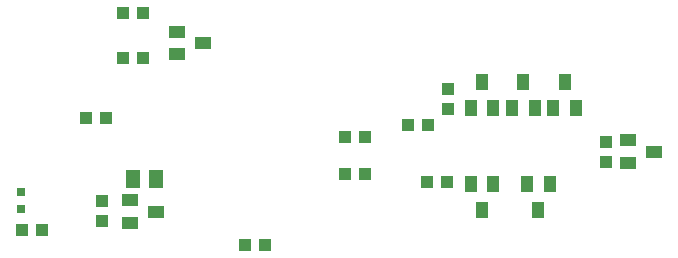
<source format=gbr>
G04 EAGLE Gerber RS-274X export*
G75*
%MOMM*%
%FSLAX34Y34*%
%LPD*%
%INSolderpaste Top*%
%IPPOS*%
%AMOC8*
5,1,8,0,0,1.08239X$1,22.5*%
G01*
%ADD10R,1.300000X1.500000*%
%ADD11R,0.800000X0.800000*%
%ADD12R,1.000000X1.100000*%
%ADD13R,1.000000X1.400000*%
%ADD14R,1.400000X1.000000*%
%ADD15R,1.100000X1.000000*%


D10*
X155550Y180181D03*
X136550Y180181D03*
D11*
X41275Y154425D03*
X41275Y169425D03*
D12*
X42300Y136525D03*
X59300Y136525D03*
D13*
X457225Y239825D03*
X476225Y239825D03*
X466725Y261825D03*
D14*
X173150Y304775D03*
X173150Y285775D03*
X195150Y295275D03*
D13*
X492150Y239825D03*
X511150Y239825D03*
X501650Y261825D03*
X422300Y239825D03*
X441300Y239825D03*
X431800Y261825D03*
X441300Y176100D03*
X422300Y176100D03*
X431800Y154100D03*
X488925Y176100D03*
X469925Y176100D03*
X479425Y154100D03*
D14*
X155463Y152400D03*
X133463Y142900D03*
X133463Y161900D03*
D12*
X113275Y231775D03*
X96275Y231775D03*
X145025Y282575D03*
X128025Y282575D03*
D15*
X110331Y161694D03*
X110331Y144694D03*
D12*
X248213Y123825D03*
X231213Y123825D03*
X386325Y225425D03*
X369325Y225425D03*
X145025Y320675D03*
X128025Y320675D03*
X332350Y215900D03*
X315350Y215900D03*
D15*
X403225Y256150D03*
X403225Y239150D03*
D12*
X402200Y177800D03*
X385200Y177800D03*
X332350Y184150D03*
X315350Y184150D03*
D14*
X554944Y212700D03*
X554944Y193700D03*
X576944Y203200D03*
D15*
X536575Y211700D03*
X536575Y194700D03*
M02*

</source>
